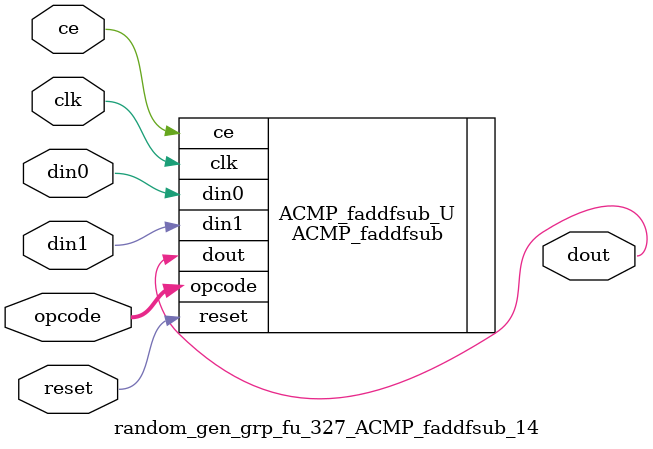
<source format=v>

`timescale 1 ns / 1 ps
module random_gen_grp_fu_327_ACMP_faddfsub_14(
    clk,
    reset,
    ce,
    din0,
    din1,
    opcode,
    dout);

parameter ID = 32'd1;
parameter NUM_STAGE = 32'd1;
parameter din0_WIDTH = 32'd1;
parameter din1_WIDTH = 32'd1;
parameter dout_WIDTH = 32'd1;
input clk;
input reset;
input ce;
input[din0_WIDTH - 1:0] din0;
input[din1_WIDTH - 1:0] din1;
input[2 - 1:0] opcode;
output[dout_WIDTH - 1:0] dout;



ACMP_faddfsub #(
.ID( ID ),
.NUM_STAGE( 5 ),
.din0_WIDTH( din0_WIDTH ),
.din1_WIDTH( din1_WIDTH ),
.dout_WIDTH( dout_WIDTH ))
ACMP_faddfsub_U(
    .clk( clk ),
    .reset( reset ),
    .ce( ce ),
    .din0( din0 ),
    .din1( din1 ),
    .dout( dout ),
    .opcode( opcode ));

endmodule

</source>
